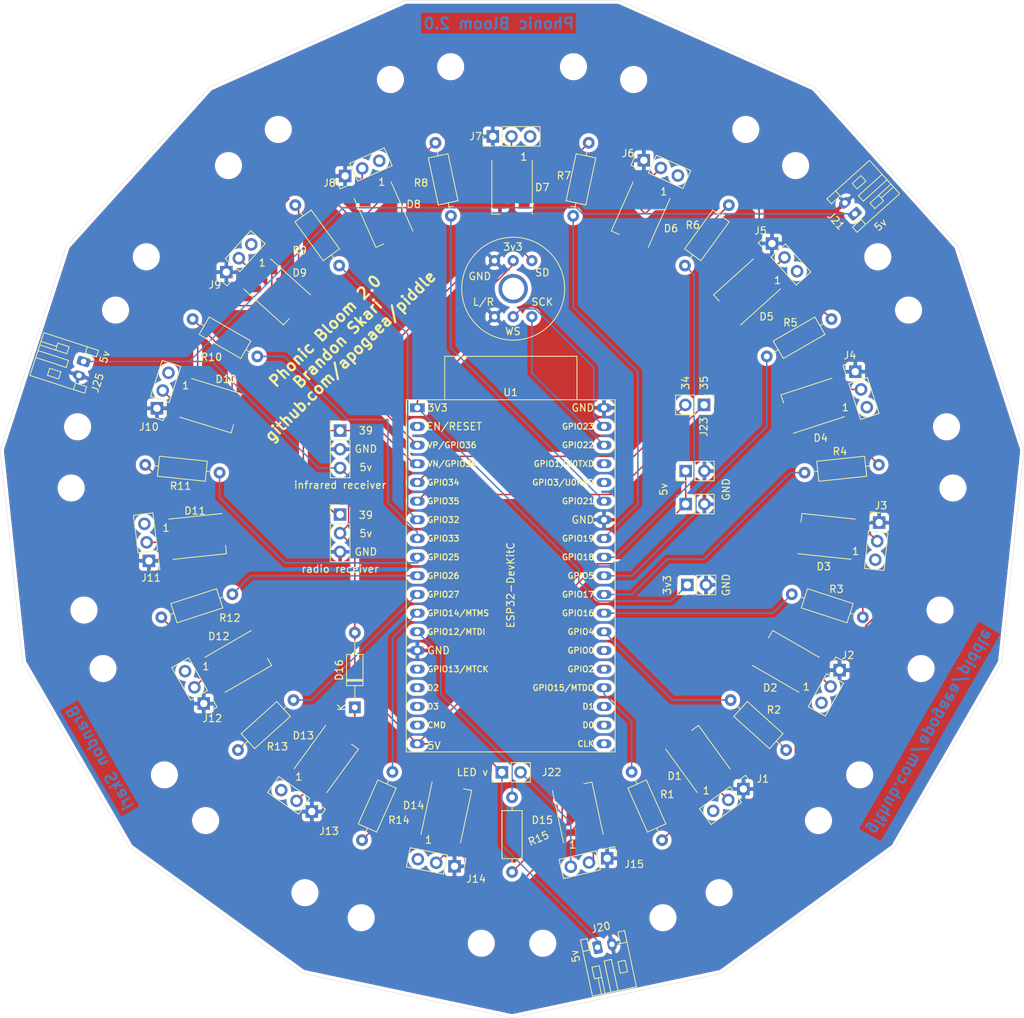
<source format=kicad_pcb>
(kicad_pcb (version 20221018) (generator pcbnew)
  (layers (0 "F.Cu" signal) (31 "B.Cu" signal) (34 "B.Paste" user) (35 "F.Paste" user) (36 "B.SilkS" user "B.Silkscreen") (37 "F.SilkS" user "F.Silkscreen") (38 "B.Mask" user) (39 "F.Mask" user) (44 "Edge.Cuts" user))
  (net 0 "")
  (net 1 "GND")
  (net 3 "/GPIO36")
  (net 4 "/GPIO39")
  (net 5 "/GPIO34")
  (net 6 "/GPIO35")
  (net 7 "/GPIO25")
  (net 8 "/GPIO26")
  (net 9 "/GPIO27")
  (net 10 "/GPIO14")
  (net 11 "/GPIO12")
  (net 12 "+5V")
  (net 13 "/GPIO13")
  (net 20 "/GPIO15")
  (net 21 "/GPIO2")
  (net 23 "/GPIO4")
  (net 24 "/GPIO5")
  (net 25 "/GPIO18")
  (net 26 "/GPIO19")
  (net 27 "/GPIO21")
  (net 30 "/GPIO22")
  (net 31 "/GPIO23")
  (net 32 "/GPIO16")
  (net 33 "/GPIO17")
  (net 34 "+3.3V")
  (net 35 "Net-(D1-DOUT)")
  (net 37 "/GPIO32")
  (net 38 "Net-(D3-DOUT)")
  (net 39 "/GPIO33")
  (net 40 "Net-(D5-DOUT)")
  (net 41 "Net-(D7-DOUT)")
  (net 42 "Net-(D9-DOUT)")
  (net 43 "/4.3V")
  (net 44 "Net-(D11-DOUT)")
  (net 45 "Net-(D13-DOUT)")
  (net 46 "Net-(D15-DOUT)")
  (net 56 "Net-(D12-DOUT)")
  (net 57 "Net-(D12-DIN)")
  (net 58 "Net-(D1-DIN)")
  (net 59 "Net-(D3-DIN)")
  (net 60 "Net-(D5-DIN)")
  (net 61 "Net-(D7-DIN)")
  (net 62 "Net-(D9-DIN)")
  (net 63 "Net-(D11-DIN)")
  (net 64 "Net-(D13-DIN)")
  (net 65 "Net-(D15-DIN)")
  (net 66 "Net-(D14-DOUT)")
  (net 67 "Net-(D14-DIN)")
  (net 68 "Net-(D2-DOUT)")
  (net 69 "Net-(D2-DIN)")
  (net 70 "Net-(D4-DOUT)")
  (net 71 "Net-(D4-DIN)")
  (net 72 "Net-(D6-DOUT)")
  (net 73 "Net-(D6-DIN)")
  (net 74 "Net-(D8-DOUT)")
  (net 75 "Net-(D8-DIN)")
  (net 76 "Net-(D10-DOUT)")
  (net 77 "Net-(D10-DIN)")
  (net 82 "Net-(J15-Pin_3)")
  (footprint "MountingHole:MountingHole_3.2mm_M3" (layer "F.Cu") (at 120.5212 156.3816)
    (fp_text reference "REF**" hide)
    (fp_text value "MountingHole_3.2mm_M3")
  )
  (footprint "MountingHole:MountingHole_3.2mm_M3" (layer "F.Cu") (at 147.2806 136.9397)
    (fp_text reference "REF**" hide)
    (fp_text value "MountingHole_3.2mm_M3")
  )
  (footprint "MountingHole:MountingHole_3.2mm_M3" (layer "F.Cu") (at 155.631 122.4764)
    (fp_text reference "REF**" hide)
    (fp_text value "MountingHole_3.2mm_M3")
  )
  (footprint "MountingHole:MountingHole_3.2mm_M3" (layer "F.Cu") (at 159.0885 89.5811)
    (fp_text reference "REF**" hide)
    (fp_text value "MountingHole_3.2mm_M3")
  )
  (footprint "Connector_PinHeader_2.54mm:PinHeader_1x03_P2.54mm_Vertical" (layer "F.Cu") (at 51.7037 87.059 162)
    (fp_text reference "J10")
    (fp_text value "Conn_01x03_Socket")
  )
  (footprint "Resistor_THT:R_Axial_DIN0207_L6.3mm_D2.5mm_P10.16mm_Horizontal" (layer "F.Cu") (at 129.7258 126.7652 -42)
    (fp_text reference "R2")
    (fp_text value "400")
  )
  (footprint "Connector_PinHeader_2.54mm:PinHeader_1x03_P2.54mm_Vertical" (layer "F.Cu") (at 144.5503 122.6995 -29)
    (fp_text reference "J2")
    (fp_text value "Conn_01x03_Socket")
  )
  (footprint "Resistor_THT:R_Axial_DIN0207_L6.3mm_D2.5mm_P10.16mm_Horizontal" (layer "F.Cu") (at 100 140 -90)
    (fp_text reference "R15")
    (fp_text value "400")
  )
  (footprint "LED_SMD:LED_WS2812B_PLCC4_5.0x5.0mm_P3.2mm" (layer "F.Cu") (at 108.9402 142.0603 102)
    (fp_text reference "D15")
    (fp_text value "WS2812B")
  )
  (footprint "MountingHole:MountingHole_3.2mm_M3" (layer "F.Cu") (at 153.9276 73.6977)
    (fp_text reference "REF**" hide)
    (fp_text value "MountingHole_3.2mm_M3")
  )
  (footprint "MountingHole:MountingHole_3.2mm_M3" (layer "F.Cu") (at 131.7952 49.1171)
    (fp_text reference "REF**" hide)
    (fp_text value "MountingHole_3.2mm_M3")
  )
  (footprint "INMP441:inmp441" (layer "F.Cu") (at 100.15328 70.786343)
    (fp_text reference "U2" hide)
    (fp_text value "INMP441")
  )
  (footprint "MountingHole:MountingHole_3.2mm_M3" (layer "F.Cu") (at 116.5382 42.3243)
    (fp_text reference "REF**" hide)
    (fp_text value "MountingHole_3.2mm_M3")
  )
  (footprint "LED_SMD:LED_WS2812B_PLCC4_5.0x5.0mm_P3.2mm" (layer "F.Cu") (at 91.0598 142.0603 78)
    (fp_text reference "D14")
    (fp_text value "WS2812B")
  )
  (footprint "MountingHole:MountingHole_3.2mm_M3" (layer "F.Cu") (at 83.4618 42.3243)
    (fp_text reference "REF**" hide)
    (fp_text value "MountingHole_3.2mm_M3")
  )
  (footprint "Connector_PinHeader_2.54mm:PinHeader_1x03_P2.54mm_Vertical" (layer "F.Cu") (at 112.941 148.2963 -77)
    (fp_text reference "J15")
    (fp_text value "Conn_01x03_Socket")
  )
  (footprint "LED_SMD:LED_WS2812B_PLCC4_5.0x5.0mm_P3.2mm" (layer "F.Cu") (at 62.7609 121.5 30)
    (fp_text reference "D12")
    (fp_text value "WS2812B")
  )
  (footprint "MountingHole:MountingHole_3.2mm_M3" (layer "F.Cu") (at 68.2048 49.1171)
    (fp_text reference "REF**" hide)
    (fp_text value "MountingHole_3.2mm_M3")
  )
  (footprint "LED_SMD:LED_WS2812B_PLCC4_5.0x5.0mm_P3.2mm" (layer "F.Cu") (at 57.2356 104.4947 6)
    (fp_text reference "D11")
    (fp_text value "WS2812B")
  )
  (footprint "Connector_PinHeader_2.54mm:PinHeader_1x03_P2.54mm_Vertical" (layer "F.Cu") (at 76.61328 90.096343)
    (fp_text reference "J16" hide)
    (fp_text value "infrared receiver")
  )
  (footprint "Resistor_THT:R_Axial_DIN0207_L6.3mm_D2.5mm_P10.16mm_Horizontal" (layer "F.Cu") (at 70.2742 126.7652 -138)
    (fp_text reference "R13")
    (fp_text value "400")
  )
  (footprint "MountingHole:MountingHole_3.2mm_M3" (layer "F.Cu") (at 46.0724 73.6977)
    (fp_text reference "REF**" hide)
    (fp_text value "MountingHole_3.2mm_M3")
  )
  (footprint "Connector_PinHeader_2.54mm:PinHeader_1x02_P2.54mm_Vertical" (layer "F.Cu") (at 123.61328 100.096343 90)
    (fp_text reference "J19" hide)
    (fp_text value "5v" hide)
  )
  (footprint "MountingHole:MountingHole_3.2mm_M3" (layer "F.Cu") (at 40.9115 89.5811)
    (fp_text reference "REF**" hide)
    (fp_text value "MountingHole_3.2mm_M3")
  )
  (footprint "Connector_PinHeader_2.54mm:PinHeader_1x03_P2.54mm_Vertical" (layer "F.Cu") (at 131.466 138.8573 -54)
    (fp_text reference "J1")
    (fp_text value "Conn_01x03_Socket")
  )
  (footprint "MountingHole:MountingHole_3.2mm_M3" (layer "F.Cu") (at 44.369 122.4764)
    (fp_text reference "REF**" hide)
    (fp_text value "MountingHole_3.2mm_M3")
  )
  (footprint "Resistor_THT:R_Axial_DIN0207_L6.3mm_D2.5mm_P10.16mm_Horizontal" (layer "F.Cu") (at 76.4886 67.6393 126)
    (fp_text reference "R9")
    (fp_text value "400")
  )
  (footprint "Connector_PinHeader_2.54mm:PinHeader_1x02_P2.54mm_Vertical" (layer "F.Cu") (at 98.61328 136.596343 90)
    (fp_text reference "J22")
    (fp_text value "5V in jumper from LED strip")
  )
  (footprint "MountingHole:MountingHole_3.2mm_M3" (layer "F.Cu") (at 52.7194 136.9397)
    (fp_text reference "REF**" hide)
    (fp_text value "MountingHole_3.2mm_M3")
  )
  (footprint "LED_SMD:LED_WS2812B_PLCC4_5.0x5.0mm_P3.2mm" (layer "F.Cu") (at 137.2391 121.5 150)
    (fp_text reference "D2")
    (fp_text value "WS2812B")
  )
  (footprint "MountingHole:MountingHole_3.2mm_M3" (layer "F.Cu") (at 79.4788 156.3816)
    (fp_text reference "REF**" hide)
    (fp_text value "MountingHole_3.2mm_M3")
  )
  (footprint "Connector_PinHeader_2.54mm:PinHeader_1x03_P2.54mm_Vertical" (layer "F.Cu") (at 76.61328 101.516343)
    (fp_text reference "J24" hide)
    (fp_text value "radio receiver")
  )
  (footprint "MountingHole:MountingHole_3.2mm_M3" (layer "F.Cu") (at 95.8146 159.8538)
    (fp_text reference "REF**" hide)
    (fp_text value "MountingHole_3.2mm_M3")
  )
  (footprint "LED_SMD:LED_WS2812B_PLCC4_5.0x5.0mm_P3.2mm" (layer "F.Cu") (at 117.4897 60.7175 -114)
    (fp_text reference "D6")
    (fp_text value "WS2812B")
  )
  (footprint "MountingHole:MountingHole_3.2mm_M3" (layer "F.Cu") (at 128.1683 152.9769)
    (fp_text reference "REF**" hide)
    (fp_text value "MountingHole_3.2mm_M3")
  )
  (footprint "LED_SMD:LED_WS2812B_PLCC4_5.0x5.0mm_P3.2mm" (layer "F.Cu") (at 74.7252 134.7877 54)
    (fp_text reference "D13")
    (fp_text value "WS2812B")
  )
  (footprint "MountingHole:MountingHole_3.2mm_M3" (layer "F.Cu") (at 141.6795 143.1604)
    (fp_text reference "REF**" hide)
    (fp_text value "MountingHole_3.2mm_M3")
  )
  (footprint "Resistor_THT:R_Axial_DIN0207_L6.3mm_D2.5mm_P10.16mm_Horizontal" (layer "F.Cu") (at 61.9577 112.3607 -162)
    (fp_text reference "R12")
    (fp_text value "400")
  )
  (footprint "MountingHole:MountingHole_3.2mm_M3" (layer "F.Cu") (at 158.2177 114.5153)
    (fp_text reference "REF**" hide)
    (fp_text value "MountingHole_3.2mm_M3")
  )
  (footprint "Connector_PinHeader_2.54mm:PinHeader_1x02_P2.54mm_Vertical" (layer "F.Cu") (at 123.61328 95.596343 90)
    (fp_text reference "J17" hide)
    (fp_text value "5v")
  )
  (footprint "Resistor_THT:R_Axial_DIN0207_L6.3mm_D2.5mm_P10.16mm_Horizontal" (layer "F.Cu") (at 91.6835 60.8741 102)
    (fp_text reference "R8")
    (fp_text value "400")
  )
  (footprint "Connector_PinHeader_2.54mm:PinHeader_1x02_P2.54mm_Vertical" (layer "F.Cu") (at 123.83828 111.096343 90)
    (fp_text reference "J18" hide)
    (fp_text value "3v3")
  )
  (footprint "MountingHole:MountingHole_3.2mm_M3" (layer "F.Cu") (at 159.9634 97.906)
    (fp_text reference "REF**" hide)
    (fp_text value "MountingHole_3.2mm_M3")
  )
  (footprint "LED_SMD:LED_WS2812B_PLCC4_5.0x5.0mm_P3.2mm" (layer "F.Cu") (at 125.2748 134.7877 126)
    (fp_text reference "D1")
    (fp_text value "WS2812B")
  )
  (footprint "Resistor_THT:R_Axial_DIN0207_L6.3mm_D2.5mm_P10.16mm_Horizontal" (layer "F.Cu") (at 123.5114 67.6393 54)
    (fp_text reference "R6")
    (fp_text value "400")
  )
  (footprint "Connector_PinHeader_2.54mm:PinHeader_1x03_P2.54mm_Vertical" (layer "F.Cu") (at 97.3832 50.0685 90)
    (fp_text reference "J7")
    (fp_text value "Conn_01x03_Socket")
  )
  (footprint "LED_SMD:LED_WS2812B_PLCC4_5.0x5.0mm_P3.2mm" (layer "F.Cu") (at 142.7644 104.4947 174)
    (fp_text reference "D3")
    (fp_text value "WS2812B")
  )
  (footprint "Resistor_THT:R_Axial_DIN0207_L6.3mm_D2.5mm_P10.16mm_Horizontal" (layer "F.Cu") (at 138.0423 112.3607 -18)
    (fp_text reference "R3")
    (fp_text value "400")
  )
  (footprint "Connector_JST:JST_PH_S2B-PH-K_1x02_P2.00mm_Horizontal" (layer "F.Cu") (at 146.61328 60.596343 132)
    (fp_text reference "J21")
    (fp_text value "JST power 2")
  )
  (footprint "Resistor_THT:R_Axial_DIN0207_L6.3mm_D2.5mm_P10.16mm_Horizontal" (layer "F.Cu") (at 65.359 80 150)
    (fp_text reference "R10")
    (fp_text value "400")
  )
  (footprint "MountingHole:MountingHole_3.2mm_M3" (layer "F.Cu") (at 149.7423 66.4484)
    (fp_text reference "REF**" hide)
    (fp_text value "MountingHole_3.2mm_M3")
  )
  (footprint "LED_SMD:LED_WS2812B_PLCC4_5.0x5.0mm_P3.2mm" (layer "F.Cu") (at 131.9552 71.2274 -138)
    (fp_text reference "D5")
    (fp_text value "WS2812B")
  )
  (footprint "LED_SMD:LED_WS2812B_PLCC4_5.0x5.0mm_P3.2mm" (layer "F.Cu") (at 68.0448 71.2274 -42)
    (fp_text reference "D9")
    (fp_text value "WS2812B")
  )
  (footprint "MountingHole:MountingHole_3.2mm_M3" (layer "F.Cu") (at 138.5673 54.0373)
    (fp_text reference "REF**" hide)
    (fp_text value "MountingHole_3.2mm_M3")
  )
  (footprint "Connector_PinHeader_2.54mm:PinHeader_1x03_P2.54mm_Vertical" (layer "F.Cu") (at 117.9184 53.321 66)
    (fp_text reference "J6")
    (fp_text value "Conn_01x03_Socket")
  )
  (footprint "Connector_PinHeader_2.54mm:PinHeader_1x03_P2.54mm_Vertical" (layer "F.Cu") (at 58.0665 127.232 -150)
    (fp_text reference "J12")
    (fp_text value "Conn_01x03_Socket")
  )
  (footprint "MountingHole:MountingHole_3.2mm_M3" (layer "F.Cu") (at 108.3504 40.5839)
    (fp_text reference "REF**" hide)
    (fp_text value "MountingHole_3.2mm_M3")
  )
  (footprint "Resistor_THT:R_Axial_DIN0207_L6.3mm_D2.5mm_P10.16mm_Horizontal" (layer "F.Cu") (at 108.3165 60.8741 78)
    (fp_text reference "R7")
    (fp_text value "400")
  )
  (footprint "MountingHole:MountingHole_3.2mm_M3" (layer "F.Cu") (at 91.6496 40.5839)
    (fp_text reference "REF**" hide)
    (fp_text value "MountingHole_3.2mm_M3")
  )
  (footprint "Connector_PinHeader_2.54mm:PinHeader_1x03_P2.54mm_Vertical" (layer "F.Cu") (at 61.1427 68.534 138)
    (fp_text reference "J9")
    (fp_text value "Conn_01x03_Socket")
  )
  (footprint "Connector_PinHeader_2.54mm:PinHeader_1x03_P2.54mm_Vertical" (layer "F.Cu") (at 50.6156 107.8217 -173)
    (fp_text reference "J11")
    (fp_text value "Conn_01x03_Socket")
  )
  (footprint "LED_SMD:LED_WS2812B_PLCC4_5.0x5.0mm_P3.2mm" (layer "F.Cu") (at 100 57 -90)
    (fp_text reference "D7")
    (fp_text value "WS2812B")
  )
  (footprint "MountingHole:MountingHole_3.2mm_M3" (layer "F.Cu") (at 61.4327 54.0373)
    (fp_text reference "REF**" hide)
    (fp_text value "MountingHole_3.2mm_M3")
  )
  (footprint "MountingHole:MountingHole_3.2mm_M3" (layer "F.Cu") (at 50.2577 66.4484)
    (fp_text reference "REF**" hide)
    (fp_text value "MountingHole_3.2mm_M3")
  )
  (footprint "Resistor_THT:R_Axial_DIN0207_L6.3mm_D2.5mm_P10.16mm_Horizontal" (layer "F.Cu") (at 83.7305 136.5418 -114)
    (fp_text reference "R14")
    (fp_text value "400")
  )
  (footprint "PCM_Espressif:ESP32-DevKitC" (layer "F.Cu") (at 87.11328 86.996343)
    (fp_text reference "U1")
    (fp_text value "ESP32-DevKitC")
  )
  (footprint "Resistor_THT:R_Axial_DIN0207_L6.3mm_D2.5mm_P10.16mm_Horizontal" (layer "F.Cu") (at 134.641 80 30)
    (fp_text reference "R5")
    (fp_text value "400")
  )
  (footprint "LED_SMD:LED_WS2812B_PLCC4_5.0x5.0mm_P3.2mm" (layer "F.Cu") (at 59.1046 86.7123 -17)
    (fp_text reference "D10")
    (fp_text value "WS2812B")
  )
  (footprint "Connector_JST:JST_PH_S2B-PH-K_1x02_P2.00mm_Horizontal" (layer "F.Cu") (at 41.731314 80.69423 -108)
    (fp_text reference "J25")
    (fp_text value "JST power 3")
  )
  (footprint "MountingHole:MountingHole_3.2mm_M3" (layer "F.Cu") (at 40.0366 97.906)
    (fp_text reference "REF**" hide)
    (fp_text value "MountingHole_3.2mm_M3")
  )
  (footprint "LED_SMD:LED_WS2812B_PLCC4_5.0x5.0mm_P3.2mm" (layer "F.Cu") (at 82.5103 60.7175 -66)
    (fp_text reference "D8")
    (fp_text value "WS2812B")
  )
  (footprint "Connector_PinHeader_2.54mm:PinHeader_1x03_P2.54mm_Vertical" (layer "F.Cu") (at 92.1783 149.3844 -101)
    (fp_text reference "J14")
    (fp_text value "Conn_01x03_Socket")
  )
  (footprint "Diode_THT:D_DO-35_SOD27_P10.16mm_Horizontal" (layer "F.Cu") (at 78.61328 127.756343 90)
    (fp_text reference "D16")
    (fp_text value "1N4148")
  )
  (footprint "Connector_JST:JST_PH_S2B-PH-K_1x02_P2.00mm_Horizontal" (layer "F.Cu") (at 111.625749 160.407793 12)
    (fp_text reference "J20")
    (fp_text value "JST power 1")
  )
  (footprint "Resistor_THT:R_Axial_DIN0207_L6.3mm_D2.5mm_P10.16mm_Horizontal" (layer "F.Cu") (at 116.2695 136.5418 -66)
    (fp_text reference "R1")
    (fp_text value "400")
  )
  (footprint "Resistor_THT:R_Axial_DIN0207_L6.3mm_D2.5mm_P10.16mm_Horizontal" (layer "F.Cu") (at 139.7809 95.8189 6)
    (fp_text reference "R4")
    (fp_text value "400")
  )
  (footprint "MountingHole:MountingHole_3.2mm_M3" (layer "F.Cu") (at 41.7823 114.5153)
    (fp_text reference "REF**" hide)
    (fp_text value "MountingHole_3.2mm_M3")
  )
  (footprint "Connector_PinHeader_2.54mm:PinHeader_1x02_P2.54mm_Vertical" (layer "F.Cu") (at 126.11328 86.596343 -90)
    (fp_text reference "J23")
    (fp_text value "GPIOs")
  )
  (footprint "MountingHole:MountingHole_3.2mm_M3" (layer "F.Cu") (at 58.3205 143.1604)
    (fp_text reference "REF**" hide)
    (fp_text value "MountingHole_3.2mm_M3")
  )
  (footprint "Connector_PinHeader_2.54mm:PinHeader_1x03_P2.54mm_Vertical" (layer "F.Cu") (at 135.3553 64.6447 42)
    (fp_text reference "J5")
    (fp_text value "Conn_01x03_Socket")
  )
  (footprint "MountingHole:MountingHole_3.2mm_M3" (layer "F.Cu") (at 71.8317 152.9769)
    (fp_text reference "REF**" hide)
    (fp_text value "MountingHole_3.2mm_M3")
  )
  (footprint "Connector_PinHeader_2.54mm:PinHeader_1x03_P2.54mm_Vertical" (layer "F.Cu") (at 146.679 82.0816 18)
    (fp_text reference "J4")
    (fp_text value "Conn_01x03_Socket")
  )
  (footprint "Connector_PinHeader_2.54mm:PinHeader_1x03_P2.54mm_Vertical" (layer "F.Cu") (at 72.768 141.9335 -125)
    (fp_text reference "J13")
    (fp_text value "Conn_01x03_Socket")
  )
  (footprint "LED_SMD:LED_WS2812B_PLCC4_5.0x5.0mm_P3.2mm" (layer "F.Cu") (at 140.8954 86.7123 -162)
    (fp_text reference "D4")
    (fp_text value "WS2812B")
  )
  (footprint "Connector_PinHeader_2.54mm:PinHeader_1x03_P2.54mm_Vertical" (layer "F.Cu") (at 77.3005 55.4497 114)
    (fp_text reference "J8")
    (fp_text value "Conn_01x03_Socket")
  )
  (footprint "Connector_PinHeader_2.54mm:PinHeader_1x03_P2.54mm_Vertical" (layer "F.Cu") (at 149.9315 102.6168 -6)
    (fp_text reference "J3")
    (fp_text value "Conn_01x03_Socket")
  )
  (footprint "Resistor_THT:R_Axial_DIN0207_L6.3mm_D2.5mm_P10.16mm_Horizontal" (layer "F.Cu") (at 60.2191 95.8189 174)
    (fp_text reference "R11")
    (fp_text value "400")
  )
  (footprint "MountingHole:MountingHole_3.2mm_M3" (layer "F.Cu") (at 104.1854 159.8538)
    (fp_text reference "REF**" hide)
    (fp_text value "MountingHole_3.2mm_M3")
  )
  (gr_poly (pts (xy 100 170) (xy 128.4716 163.9482) (xy 152.0201 146.8391) (xy 166.574 121.6312) (xy 169.6165 92.683) (xy 160.6218 65) (xy 141.145 43.3688) (xy 114.5538 31.5297) (xy 85.4462 31.5297) (xy 58.855 43.3688) (xy 39.3782 65) (xy 30.3835 92.683) (xy 33.426 121.6312) (xy 47.9799 146.8391) (xy 71.5284 163.9482)) (stroke (width 0.05)) (fill none) (layer "Edge.Cuts"))
  (gr_text "github.com/apogaea/piddle" (at 148.11328 144.596343 240) (layer "B.Cu") (effects (font (size 1.5 1.5) (thickness 0.3) bold) (justify left bottom mirror)))
  (gr_text "Phonic Bloom 2.0" (at 108.61328 35.596343) (layer "B.Cu") (effects (font (size 1.5 1.5) (thickness 0.3) bold) (justify left bottom mirror)))
  (gr_text "Brandon Skari" (at 40.61328 127.096343 120) (layer "B.Cu") (effects (font (size 1.5 1.5) (thickness 0.3) bold) (justify left bottom mirror)))
  (gr_text "LED v" (at 94.61328 136.596343) (layer "F.SilkS") (effects (font (size 1 1))))
  (gr_text "L/R" (at 96.11328 72.596343) (layer "F.SilkS") (effects (font (size 1 1))))
  (gr_text "39" (at 80.11328 101.596343) (layer "F.SilkS") (effects (font (size 1 1))))
  (gr_text "5v" (at 80.11328 95.096343) (layer "F.SilkS") (effects (font (size 1 1))))
  (gr_text "Phonic Bloom 2.0\nBrandon Skari\ngithub.com/apogaea/piddle" (at 78.61328 80.596343 45) (layer "F.SilkS") (effects (font (size 1.5 1.5) (thickness 0.3) bold) (justify bottom)))
  (gr_text "5v" (at 80.11328 104.096343) (layer "F.SilkS") (effects (font (size 1 1))))
  (gr_text "39" (at 80.11328 90.096343) (layer "F.SilkS") (effects (font (size 1 1))))
  (gr_text "GND" (at 95.61328 69.096343) (layer "F.SilkS") (effects (font (size 1 1))))
  (gr_text "GND" (at 80.11328 92.596343) (layer "F.SilkS") (effects (font (size 1 1))))
  (gr_text "WS" (at 100.11328 76.596343) (layer "F.SilkS") (effects (font (size 1 1))))
  (gr_text "34" (at 123.61328 83.596343 90) (layer "F.SilkS") (effects (font (size 1 1))))
  (gr_text "GND\n" (at 129.11328 111.096343 90) (layer "F.SilkS") (effects (font (size 1 1))))
  (gr_text "SD" (at 104.11328 68.596343) (layer "F.SilkS") (effects (font (size 1 1))))
  (gr_text "5v" (at 108.61328 161.596343 102) (layer "F.SilkS") (effects (font (size 1 1))))
  (gr_text "GND\n" (at 129.11328 98.096343 90) (layer "F.SilkS") (effects (font (size 1 1))))
  (gr_text "SCK" (at 104.11328 72.596343) (layer "F.SilkS") (effects (font (size 1 1))))
  (gr_text "GND" (at 80.11328 106.596343) (layer "F.SilkS") (effects (font (size 1 1))))
  (gr_text "35" (at 126.11328 83.596343 90) (layer "F.SilkS") (effects (font (size 1 1))))
  (gr_text "3v3" (at 100.11328 65.096343) (layer "F.SilkS") (effects (font (size 1 1))))
  (gr_text "5v" (at 150.11328 62.096343 42) (layer "F.SilkS") (effects (font (size 1 1))))
  (gr_text "5v" (at 44.61328 80.096343 72) (layer "F.SilkS") (effects (font (size 1 1))))
  (segment (start 82.61328 79.596343) (end 98.11328 64.096343) (width 0.2) (layer "F.Cu") (net 3))
  (segment (start 99.81328 64.096343) (end 102.69328 66.976343) (width 0.2) (layer "F.Cu") (net 3))
  (segment (start 87.11328 92.076343) (end 82.61328 87.576343) (width 0.2) (layer "F.Cu") (net 3))
  (segment (start 82.61328 87.576343) (end 82.61328 79.596343) (width 0.2) (layer "F.Cu") (net 3))
  (segment (start 98.11328 64.096343) (end 99.81328 64.096343) (width 0.2) (layer "F.Cu") (net 3))
  (segment (start 86.63328 94.616343) (end 82.11328 90.096343) (width 0.2) (layer "F.Cu") (net 4))
  (segment (start 76.03328 101.516343) (end 76.61328 101.516343) (width 0.2) (layer "F.Cu") (net 4))
  (segment (start 76.61328 90.096343) (end 73.11328 90.096343) (width 0.2) (layer "F.Cu") (net 4))
  (segment (start 82.11328 90.096343) (end 76.61328 90.096343) (width 0.2) (layer "F.Cu") (net 4))
  (segment (start 73.11328 90.096343) (end 71.61328 91.596343) (width 0.2) (layer "F.Cu") (net 4))
  (segment (start 87.11328 94.616343) (end 86.63328 94.616343) (width 0.2) (layer "F.Cu") (net 4))
  (segment (start 71.61328 91.596343) (end 71.61328 97.096343) (width 0.2) (layer "F.Cu") (net 4))
  (segment (start 71.61328 97.096343) (end 76.03328 101.516343) (width 0.2) (layer "F.Cu") (net 4))
  (segment (start 123.57328 86.596343) (end 116.57328 93.596343) (width 0.2) (layer "F.Cu") (net 5))
  (segment (start 90.67328 93.596343) (end 87.11328 97.156343) (width 0.2) (layer "F.Cu") (net 5))
  (segment (start 116.57328 93.596343) (end 90.67328 93.596343) (width 0.2) (layer "F.Cu") (net 5))
  (segment (start 113.91328 98.796343) (end 88.01328 98.796343) (width 0.2) (layer "F.Cu") (net 6))
  (segment (start 88.01328 98.796343) (end 87.11328 99.696343) (width 0.2) (layer "F.Cu") (net 6))
  (segment (start 126.11328 86.596343) (end 113.91328 98.796343) (width 0.2) (layer "F.Cu") (net 6))
  (segment (start 60.2191 99.202163) (end 60.2191 95.8189) (width 0.2) (layer "B.Cu") (net 7))
  (segment (start 87.33328 107.316343) (end 87.61328 107.596343) (width 0.2) (layer "B.Cu") (net 7))
  (segment (start 87.11328 107.316343) (end 87.33328 107.316343) (width 0.2) (layer "B.Cu") (net 7))
  (segment (start 87.61328 107.596343) (end 87.11328 108.096343) (width 0.2) (layer "B.Cu") (net 7))
  (segment (start 69.11328 108.096343) (end 60.2191 99.202163) (width 0.2) (layer "B.Cu") (net 7))
  (segment (start 87.11328 108.096343) (end 69.11328 108.096343) (width 0.2) (layer "B.Cu") (net 7))
  (segment (start 87.11328 109.856343) (end 64.462057 109.856343) (width 0.2) (layer "B.Cu") (net 8))
  (segment (start 64.462057 109.856343) (end 61.9577 112.3607) (width 0.2) (layer "B.Cu") (net 8))
  (segment (start 87.11328 112.396343) (end 72.744423 126.7652) (width 0.2) (layer "B.Cu") (net 9))
  (segment (start 72.744423 126.7652) (end 70.2742 126.7652) (width 0.2) (layer "B.Cu") (net 9))
  (segment (start 83.7305 136.5418) (end 83.7305 118.319123) (width 0.2) (layer "B.Cu") (net 10))
  (segment (start 83.7305 118.319123) (end 87.11328 114.936343) (width 0.2) (layer "B.Cu") (net 10))
  (segment (start 90.31328 125.996343) (end 100 135.683063) (width 0.2) (layer "B.Cu") (net 11))
  (segment (start 90.31328 120.676343) (end 90.31328 125.996343) (width 0.2) (layer "B.Cu") (net 11))
  (segment (start 100 135.683063) (end 100 140) (width 0.2) (layer "B.Cu") (net 11))
  (segment (start 87.11328 117.476343) (end 90.31328 120.676343) (width 0.2) (layer "B.Cu") (net 11))
  (segment (start 77.76328 96.326343) (end 76.61328 95.176343) (width 0.2) (layer "F.Cu") (net 12))
  (segment (start 76.61328 104.056343) (end 77.76328 102.906343) (width 0.2) (layer "F.Cu") (net 12))
  (segment (start 78.61328 124.216343) (end 78.61328 117.596343) (width 0.2) (layer "F.Cu") (net 12))
  (segment (start 123.61328 95.596343) (end 123.61328 100.096343) (width 0.2) (layer "F.Cu") (net 12))
  (segment (start 87.11328 132.716343) (end 78.61328 124.216343) (width 0.2) (layer "F.Cu") (net 12))
  (segment (start 78.61328 117.596343) (end 78.61328 106.056343) (width 0.2) (layer "F.Cu") (net 12))
  (segment (start 87.11328 132.716343) (end 94.73328 132.716343) (width 0.2) (layer "F.Cu") (net 12))
  (segment (start 111.61328 108.216343) (end 87.11328 132.716343) (width 0.2) (layer "F.Cu") (net 12))
  (segment (start 78.61328 106.056343) (end 76.61328 104.056343) (width 0.2) (layer "F.Cu") (net 12))
  (segment (start 94.73328 132.716343) (end 98.61328 136.596343) (width 0.2) (layer "F.Cu") (net 12))
  (segment (start 123.61328 100.096343) (end 115.49328 108.216343) (width 0.2) (layer "F.Cu") (net 12))
  (segment (start 115.49328 108.216343) (end 111.61328 108.216343) (width 0.2) (layer "F.Cu") (net 12))
  (segment (start 77.76328 102.906343) (end 77.76328 96.326343) (width 0.2) (layer "F.Cu") (net 12))
  (segment (start 146.61328 60.596343) (end 109.594378 60.596343) (width 0.2) (layer "B.Cu") (net 12))
  (segment (start 77.03341 59.7741) (end 56.11328 80.69423) (width 0.2) (layer "B.Cu") (net 12))
  (segment (start 109.594378 60.596343) (end 108.772135 59.7741) (width 0.2) (layer "B.Cu") (net 12))
  (segment (start 111.625749 159.513245) (end 98.61328 146.500776) (width 0.2) (layer "B.Cu") (net 12))
  (segment (start 98.61328 146.500776) (end 98.61328 136.596343) (width 0.2) (layer "B.Cu") (net 12))
  (segment (start 108.772135 59.7741) (end 77.03341 59.7741) (width 0.2) (layer "B.Cu") (net 12))
  (segment (start 111.625749 160.407793) (end 111.625749 159.513245) (width 0.2) (layer "B.Cu") (net 12))
  (segment (start 73.69328 95.176343) (end 76.61328 95.176343) (width 0.2) (layer "B.Cu") (net 12))
  (segment (start 56.11328 80.69423) (end 59.211167 80.69423) (width 0.2) (layer "B.Cu") (net 12))
  (segment (start 59.211167 80.69423) (end 73.69328 95.176343) (width 0.2) (layer "B.Cu") (net 12))
  (segment (start 41.731314 80.69423) (end 56.11328 80.69423) (width 0.2) (layer "B.Cu") (net 12))
  (segment (start 116.2695 129.719771) (end 112.51328 125.963551) (width 0.2) (layer "B.Cu") (net 20))
  (segment (start 116.2695 136.5418) (end 116.2695 129.719771) (width 0.2) (layer "B.Cu") (net 20))
  (segment (start 112.51328 125.963551) (end 112.51328 125.096343) (width 0.2) (layer "B.Cu") (net 20))
  (segment (start 121.802137 126.7652) (end 112.51328 117.476343) (width 0.2) (layer "B.Cu") (net 23))
  (segment (start 129.7258 126.7652) (end 121.802137 126.7652) (width 0.2) (layer "B.Cu") (net 23))
  (segment (start 134.641 89.568623) (end 134.641 80) (width 0.2) (layer "B.Cu") (net 24))
  (segment (start 116.35328 109.856343) (end 125.00328 101.206343) (width 0.2) (layer "B.Cu") (net 24))
  (segment (start 112.51328 109.856343) (end 116.35328 109.856343) (width 0.2) (layer "B.Cu") (net 24))
  (segment (start 125.00328 99.206343) (end 134.641 89.568623) (width 0.2) (layer "B.Cu") (net 24))
  (segment (start 125.00328 101.206343) (end 125.00328 99.206343) (width 0.2) (layer "B.Cu") (net 24))
  (segment (start 123.5114 67.6393) (end 124.76328 68.89118) (width 0.2) (layer "B.Cu") (net 25))
  (segment (start 114.19328 107.316343) (end 112.51328 107.316343) (width 0.2) (layer "B.Cu") (net 25))
  (segment (start 124.76328 68.89118) (end 124.76328 96.746343) (width 0.2) (layer "B.Cu") (net 25))
  (segment (start 124.76328 96.746343) (end 114.19328 107.316343) (width 0.2) (layer "B.Cu") (net 25))
  (segment (start 108.3165 73.299563) (end 108.3165 60.8741) (width 0.2) (layer "B.Cu") (net 26))
  (segment (start 112.51328 104.776343) (end 112.51328 104.696343) (width 0.2) (layer "B.Cu") (net 26))
  (segment (start 117.11328 100.096343) (end 117.11328 82.096343) (width 0.2) (layer "B.Cu") (net 26))
  (segment (start 112.51328 104.696343) (end 117.11328 100.096343) (width 0.2) (layer "B.Cu") (net 26))
  (segment (start 117.11328 82.096343) (end 108.3165 73.299563) (width 0.2) (layer "B.Cu") (net 26))
  (segment (start 91.6835 60.8741) (end 91.6835 78.866563) (width 0.2) (layer "B.Cu") (net 27))
  (segment (start 91.6835 78.866563) (end 112.51328 99.696343) (width 0.2) (layer "B.Cu") (net 27))
  (segment (start 102.69328 74.596343) (end 102.69328 82.256343) (width 0.2) (layer "B.Cu") (net 30))
  (segment (start 102.69328 82.256343) (end 112.51328 92.076343) (width 0.2) (layer "B.Cu") (net 30))
  (segment (start 100.15328 74.596343) (end 101.21528 73.534343) (width 0.2) (layer "B.Cu") (net 31))
  (segment (start 103.133175 73.534343) (end 111.11328 81.514448) (width 0.2) (layer "B.Cu") (net 31))
  (segment (start 111.11328 81.514448) (end 111.11328 88.136343) (width 0.2) (layer "B.Cu") (net 31))
  (segment (start 111.11328 88.136343) (end 112.51328 89.536343) (width 0.2) (layer "B.Cu") (net 31))
  (segment (start 101.21528 73.534343) (end 103.133175 73.534343) (width 0.2) (layer "B.Cu") (net 31))
  (segment (start 138.0423 112.3607) (end 135.466657 114.936343) (width 0.2) (layer "B.Cu") (net 32))
  (segment (start 135.466657 114.936343) (end 112.51328 114.936343) (width 0.2) (layer "B.Cu") (net 32))
  (segment (start 116.31328 112.396343) (end 112.51328 112.396343) (width 0.2) (layer "B.Cu") (net 33))
  (segment (start 126.11328 107.596343) (end 121.11328 107.596343) (width 0.2) (layer "B.Cu") (net 33))
  (segment (start 121.11328 107.596343) (end 116.31328 112.396343) (width 0.2) (layer "B.Cu") (net 33))
  (segment (start 139.7809 95.8189) (end 137.890723 95.8189) (width 0.2) (layer "B.Cu") (net 33))
  (segment (start 137.890723 95.8189) (end 126.11328 107.596343) (width 0.2) (layer "B.Cu") (net 33))
  (segment (start 95.11328 72.573651) (end 95.11328 78.096343) (width 0.2) (layer "F.Cu") (net 34))
  (segment (start 100.15328 66.976343) (end 100.15328 67.533651) (width 0.2) (layer "F.Cu") (net 34))
  (segment (start 100.15328 67.533651) (end 95.11328 72.573651) (width 0.2) (layer "F.Cu") (net 34))
  (segment (start 95.11328 78.096343) (end 87.11328 86.096343) (width 0.2) (layer "F.Cu") (net 34))
  (segment (start 87.11328 86.096343) (end 87.11328 86.996343) (width 0.2) (layer "F.Cu") (net 34))
  (segment (start 111.740488 113.296343) (end 121.63828 113.296343) (width 0.2) (layer "B.Cu") (net 34))
  (segment (start 87.11328 86.996343) (end 109.07328 108.956343) (width 0.2) (layer "B.Cu") (net 34))
  (segment (start 109.07328 108.956343) (end 109.07328 110.629135) (width 0.2) (layer "B.Cu") (net 34))
  (segment (start 121.63828 113.296343) (end 123.83828 111.096343) (width 0.2) (layer "B.Cu") (net 34))
  (segment (start 109.07328 110.629135) (end 111.740488 113.296343) (width 0.2) (layer "B.Cu") (net 34))
  (segment (start 128.049752 135.799946) (end 128.049752 138.98893) (width 0.2) (layer "F.Cu") (net 35))
  (segment (start 128.049752 138.98893) (end 129.411097 140.350275) (width 0.2) (layer "F.Cu") (net 35))
  (segment (start 85.81328 100.936343) (end 85.81328 76.96398) (width 0.2) (layer "B.Cu") (net 37))
  (segment (start 87.11328 102.236343) (end 85.81328 100.936343) (width 0.2) (layer "B.Cu") (net 37))
  (segment (start 85.81328 76.96398) (end 76.4886 67.6393) (width 0.2) (layer "B.Cu") (net 37))
  (segment (start 147.632946 103.109834) (end 149.665998 105.142886) (width 0.2) (layer "F.Cu") (net 38))
  (segment (start 145.373451 103.109834) (end 147.632946 103.109834) (width 0.2) (layer "F.Cu") (net 38))
  (segment (start 87.11328 103.909135) (end 87.11328 104.776343) (width 0.2) (layer "B.Cu") (net 39))
  (segment (start 83.11328 99.909135) (end 87.11328 103.909135) (width 0.2) (layer "B.Cu") (net 39))
  (segment (start 65.359 80) (end 69.016937 80) (width 0.2) (layer "B.Cu") (net 39))
  (segment (start 77.61328 88.596343) (end 83.11328 88.596343) (width 0.2) (layer "B.Cu") (net 39))
  (segment (start 69.016937 80) (end 77.61328 88.596343) (width 0.2) (layer "B.Cu") (net 39))
  (segment (start 83.11328 88.596343) (end 83.11328 99.909135) (width 0.2) (layer "B.Cu") (net 39))
  (segment (start 135.225339 68.361841) (end 132.671839 68.361841) (width 0.2) (layer "F.Cu") (net 40))
  (segment (start 137.054892 66.532288) (end 135.225339 68.361841) (width 0.2) (layer "F.Cu") (net 40))
  (segment (start 99.9232 50.0685) (end 99.9232 52.9768) (width 0.2) (layer "F.Cu") (net 41))
  (segment (start 99.9232 52.9768) (end 98.35 54.55) (width 0.2) (layer "F.Cu") (net 41))
  (segment (start 62.842292 66.646412) (end 65.12003 68.92415) (width 0.2) (layer "F.Cu") (net 42))
  (segment (start 65.12003 68.92415) (end 65.12003 70.814219) (width 0.2) (layer "F.Cu") (net 42))
  (segment (start 63.61328 124.596343) (end 60.312995 121.296058) (width 0.2) (layer "F.Cu") (net 43))
  (segment (start 78.61328 136.096343) (end 78.61328 127.756343) (width 0.2) (layer "F.Cu") (net 43))
  (segment (start 62.316883 135.799946) (end 61.11328 134.596343) (width 0.2) (layer "F.Cu") (net 43))
  (segment (start 76.61328 147.596343) (end 76.61328 138.096343) (width 0.2) (layer "F.Cu") (net 43))
  (segment (start 53.61328 75.096343) (end 55.61328 73.096343) (width 0.2) (layer "F.Cu") (net 43))
  (segment (start 64.637906 73.096343) (end 67.328161 70.406088) (width 0.2) (layer "F.Cu") (net 43))
  (segment (start 96.61328 56.096343) (end 96.61328 56.596343) (width 0.2) (layer "F.Cu") (net 43))
  (segment (start 137.11328 136.096343) (end 135.61328 134.596343) (width 0.2) (layer "F.Cu") (net 43))
  (segment (start 109.11328 49.096343) (end 112.61328 49.096343) (width 0.2) (layer "F.Cu") (net 43))
  (segment (start 107.83564 144.873983) (end 100.11328 152.596343) (width 0.2) (layer "F.Cu") (net 43))
  (segment (start 138.535862 124.153942) (end 138.535862 134.673761) (width 0.2) (layer "F.Cu") (net 43))
  (segment (start 55.61328 73.096343) (end 64.637906 73.096343) (width 0.2) (layer "F.Cu") (net 43))
  (segment (start 88.936473 144.113707) (end 85.095916 144.113707) (width 0.2) (layer "F.Cu") (net 43))
  (segment (start 118.11328 60.596343) (end 119.559194 59.150429) (width 0.2) (layer "F.Cu") (net 43))
  (segment (start 145.028507 106.391756) (end 145.028507 109.51157) (width 0.2) (layer "F.Cu") (net 43))
  (segment (start 142.831156 70.814219) (end 145.61328 73.596343) (width 0.2) (layer "F.Cu") (net 43))
  (segment (start 142.61328 101.596343) (end 142.61328 103.976529) (width 0.2) (layer "F.Cu") (net 43))
  (segment (start 94.61328 147.096343) (end 94.61328 145.096343) (width 0.2) (layer "F.Cu") (net 43))
  (segment (start 130.61328 57.096343) (end 133.61328 60.096343) (width 0.2) (layer "F.Cu") (net 43))
  (segment (start 135.61328 134.596343) (end 125.61328 134.596343) (width 0.2) (layer "F.Cu") (net 43))
  (segment (start 57.61328 89.596343) (end 57.61328 84.787299) (width 0.2) (layer "F.Cu") (net 43))
  (segment (start 55.312995 121.296058) (end 50.11328 116.096343) (width 0.2) (layer "F.Cu") (net 43))
  (segment (start 79.11328 62.096343) (end 79.11328 61.716063) (width 0.2) (layer "F.Cu") (net 43))
  (segment (start 142.61328 103.976529) (end 145.028507 106.391756) (width 0.2) (layer "F.Cu") (net 43))
  (segment (start 107.83564 144.799816) (end 107.83564 144.873983) (width 0.2) (layer "F.Cu") (net 43))
  (segment (start 88.61328 49.096343) (end 89.61328 49.096343) (width 0.2) (layer "F.Cu") (net 43))
  (segment (start 89.61328 49.096343) (end 96.61328 56.096343) (width 0.2) (layer "F.Cu") (net 43))
  (segment (start 140.61328 83.596343) (end 140.61328 86.596343) (width 0.2) (layer "F.Cu") (net 43))
  (segment (start 67.328161 70.406088) (end 67.328161 68.361841) (width 0.2) (layer "F.Cu") (net 43))
  (segment (start 57.61328 84.787299) (end 57.244067 84.418086) (width 0.2) (layer "F.Cu") (net 43))
  (segment (start 94.61328 145.096343) (end 93.566753 144.049816) (width 0.2) (layer "F.Cu") (net 43))
  (segment (start 134.87997 70.814219) (end 142.831156 70.814219) (width 0.2) (layer "F.Cu") (net 43))
  (segment (start 85.095916 144.113707) (end 79.11328 150.096343) (width 0.2) (layer "F.Cu") (net 43))
  (segment (start 57.244067 84.418086) (end 57.244067 78.72713) (width 0.2) (layer "F.Cu") (net 43))
  (segment (start 127.61328 57.096343) (end 130.61328 57.096343) (width 0.2) (layer "F.Cu") (net 43))
  (segment (start 76.316883 135.799946) (end 71.950248 135.799946) (width 0.2) (layer "F.Cu") (net 43))
  (segment (start 132.331156 70.814219) (end 134.87997 70.814219) (width 0.2) (layer "F.Cu") (net 43))
  (segment (start 125.379996 137.739637) (end 125.379996 144.329627) (width 0.2) (layer "F.Cu") (net 43))
  (segment (start 50.11328 113.596343) (end 57.11328 106.596343) (width 0.2) (layer "F.Cu") (net 43))
  (segment (start 112.61328 55.096343) (end 118.11328 60.596343) (width 0.2) (layer "F.Cu") (net 43))
  (segment (start 79.11328 61.716063) (end 83.021145 57.808198) (width 0.2) (layer "F.Cu") (net 43))
  (segment (start 138.535862 134.673761) (end 137.11328 136.096343) (width 0.2) (layer "F.Cu") (net 43))
  (segment (start 101.65 54.55) (end 103.659623 54.55) (width 0.2) (layer "F.Cu") (net 43))
  (segment (start 133.61328 60.096343) (end 133.61328 64.096343) (width 0.2) (layer "F.Cu") (net 43))
  (segment (start 145.61328 78.596343) (end 140.61328 83.596343) (width 0.2) (layer "F.Cu") (net 43))
  (segment (start 54.626549 103.109834) (end 54.626549 102.609612) (width 0.2) (layer "F.Cu") (net 43))
  (segment (start 119.993555 59.150429) (end 125.559194 59.150429) (width 0.2) (layer "F.Cu") (net 43))
  (segment (start 93.566753 144.049816) (end 89.000364 144.049816) (width 0.2) (layer "F.Cu") (net 43))
  (segment (start 145.61328 73.596343) (end 145.61328 78.596343) (width 0.2) (layer "F.Cu") (net 43))
  (segment (start 60.312995 121.296058) (end 59.814138 121.296058) (width 0.2) (layer "F.Cu") (net 43))
  (segment (start 54.626549 104.109612) (end 54.626549 103.109834) (width 0.2) (layer "F.Cu") (net 43))
  (segment (start 76.61328 136.096343) (end 76.316883 135.799946) (width 0.2) (layer "F.Cu") (net 43))
  (segment (start 144.685367 87.524452) (end 152.61328 95.452365) (width 0.2) (layer "F.Cu") (net 43))
  (segment (start 54.626549 102.609612) (end 47.11328 95.096343) (width 0.2) (layer "F.Cu") (net 43))
  (segment (start 83.021145 57.808198) (end 83.021145 54.688478) (width 0.2) (layer "F.Cu") (net 43))
  (segment (start 96.61328 56.596343) (end 99.603657 56.596343) (width 0.2) (layer "F.Cu") (net 43))
  (segment (start 129.61328 68.096343) (end 132.331156 70.814219) (width 0.2) (layer "F.Cu") (net 43))
  (segment (start 76.61328 138.096343) (end 78.61328 136.096343) (width 0.2) (layer "F.Cu") (net 43))
  (segment (start 148.11328 116.647702) (end 148.11328 119.596343) (width 0.2) (layer "F.Cu") (net 43))
  (segment (start 69.61328 57.096343) (end 74.11328 57.096343) (width 0.2) (layer "F.Cu") (net 43))
  (segment (start 67.328161 68.361841) (end 67.328161 60.881462) (width 0.2) (layer "F.Cu") (net 43))
  (segment (start 61.11328 127.096343) (end 63.61328 124.596343) (width 0.2) (layer "F.Cu") (net 43))
  (segment (start 147.11328 101.596343) (end 142.61328 101.596343) (width 0.2) (layer "F.Cu") (net 43))
  (segment (start 71.950248 135.799946) (end 62.316883 135.799946) (width 0.2) (layer "F.Cu") (net 43))
  (segment (start 125.61328 134.596343) (end 125.379996 134.829627) (width 0.2) (layer "F.Cu") (net 43))
  (segment (start 89.000364 144.049816) (end 88.936473 144.113707) (width 0.2) (layer "F.Cu") (net 43))
  (segment (start 125.379996 144.329627) (end 121.61328 148.096343) (width 0.2) (layer "F.Cu") (net 43))
  (segment (start 149.61328 115.147702) (end 148.11328 116.647702) (width 0.2) (layer "F.Cu") (net 43))
  (segment (start 133.61328 64.096343) (end 129.61328 68.096343) (width 0.2) (layer "F.Cu") (net 43))
  (segment (start 110.039113 142.596343) (end 107.83564 144.799816) (width 0.2) (layer "F.Cu") (net 43))
  (segment (start 121.61328 148.096343) (end 118.11328 148.096343) (width 0.2) (layer "F.Cu") (net 43))
  (segment (start 67.328161 60.881462) (end 69.61328 58.596343) (width 0.2) (layer "F.Cu") (net 43))
  (segment (start 119.559194 59.150429) (end 119.993555 59.150429) (width 0.2) (layer "F.Cu") (net 43))
  (segment (start 145.028507 109.51157) (end 149.61328 114.096343) (width 0.2) (layer "F.Cu") (net 43))
  (segment (start 79.11328 150.096343) (end 76.61328 147.596343) (width 0.2) (layer "F.Cu") (net 43))
  (segment (start 57.244067 78.72713) (end 53.61328 75.096343) (width 0.2) (layer "F.Cu") (net 43))
  (segment (start 47.11328 95.096343) (end 52.61328 89.596343) (width 0.2) (layer "F.Cu") (net 43))
  (segment (start 139.11328 119.596343) (end 137.61328 121.096343) (width 0.2) (layer "F.Cu") (net 43))
  (segment (start 69.61328 58.596343) (end 69.61328 57.096343) (width 0.2) (layer "F.Cu") (net 43))
  (segment (start 61.11328 134.596343) (end 61.11328 127.096343) (width 0.2) (layer "F.Cu") (net 43))
  (segment (start 59.814138 121.296058) (end 55.312995 121.296058) (width 0.2) (layer "F.Cu") (net 43))
  (segment (start 112.61328 49.096343) (end 112.61328 55.096343) (width 0.2) (layer "F.Cu") (net 43))
  (segment (start 50.11328 116.096343) (end 50.11328 113.596343) (width 0.2) (layer "F.Cu") (net 43))
  (segment (start 137.61328 121.096343) (end 138.535862 122.018925) (width 0.2) (layer "F.Cu") (net 43))
  (segment (start 152.61328 95.452365) (end 152.61328 96.096343) (width 0.2) (layer "F.Cu") (net 43))
  (segment (start 74.11328 57.096343) (end 79.11328 62.096343) (width 0.2) (layer "F.Cu") (net 43))
  (segment (start 140.61328 86.596343) (end 141.541389 87.524452) (width 0.2) (layer "F.Cu") (net 43))
  (segment (start 83.021145 54.688478) (end 88.61328 49.096343) (width 0.2) (layer "F.Cu") (net 43))
  (segment (start 125.559194 59.150429) (end 127.61328 57.096343) (width 0.2) (layer "F.Cu") (net 43))
  (segment (start 112.61328 142.596343) (end 110.039113 142.596343) (width 0.2) (layer "F.Cu") (net 43))
  (segment (start 138.535862 122.018925) (end 138.535862 124.153942) (width 0.2) (layer "F.Cu") (net 43))
  (segment (start 76.61328 138.096343) (end 76.61328 136.096343) (width 0.2) (layer "F.Cu") (net 43))
  (segment (start 103.659623 54.55) (end 109.11328 49.096343) (width 0.2) (layer "F.Cu") (net 43))
  (segment (start 52.61328 89.596343) (end 57.61328 89.596343) (width 0.2) (layer "F.Cu") (net 43))
  (segment (start 118.11328 148.096343) (end 112.61328 142.596343) (width 0.2) (layer "F.Cu") (net 43))
  (segment (start 149.61328 114.096343) (end 149.61328 115.147702) (width 0.2) (layer "F.Cu") (net 43))
  (segment (start 152.61328 96.096343) (end 147.11328 101.596343) (width 0.2) (layer "F.Cu") (net 43))
  (segment (start 141.541389 87.524452) (end 143.735367 87.524452) (width 0.2) (layer "F.Cu") (net 43))
  (segment (start 57.11328 106.596343) (end 54.626549 104.109612) (width 0.2) (layer "F.Cu") (net 43))
  (segment (start 99.603657 56.596343) (end 101.65 54.55) (width 0.2) (layer "F.Cu") (net 43))
  (segment (start 100.11328 152.596343) (end 94.61328 147.096343) (width 0.2) (layer "F.Cu") (net 43))
  (segment (start 143.735367 87.524452) (end 144.685367 87.524452) (width 0.2) (layer "F.Cu") (net 43))
  (segment (start 125.379996 134.829627) (end 125.379996 137.739637) (width 0.2) (layer "F.Cu") (net 43))
  (segment (start 148.11328 119.596343) (end 139.11328 119.596343) (width 0.2) (layer "F.Cu") (net 43))
  (segment (start 50.306052 105.300633) (end 53.88037 105.300633) (width 0.2) (layer "F.Cu") (net 44))
  (segment (start 53.88037 105.300633) (end 54.971493 106.391756) (width 0.2) (layer "F.Cu") (net 44))
  (segment (start 74.620004 137.739637) (end 73.424333 137.739637) (width 0.2) (layer "F.Cu") (net 45))
  (segment (start 73.424333 137.739637) (end 70.687354 140.476616) (width 0.2) (layer "F.Cu") (net 45))
  (segment (start 111.063527 148.270249) (end 110.4661 148.867676) (width 0.2) (layer "F.Cu") (net 46))
  (segment (start 111.063527 144.113707) (end 111.063527 148.270249) (width 0.2) (layer "F.Cu") (net 46))
  (segment (start 61.464138 124.153942) (end 57.674853 124.153942) (width 0.2) (layer "F.Cu") (net 56))
  (segment (start 57.674853 124.153942) (end 56.7965 125.032295) (width 0.2) (layer "F.Cu") (net 56))
  (segment (start 64.057662 118.846058) (end 55.640711 118.846058) (width 0.2) (layer "F.Cu") (net 57))
  (segment (start 55.640711 118.846058) (end 52.294966 115.500313) (width 0.2) (layer "F.Cu") (net 57))
  (segment (start 122.499848 143.725518) (end 120.401944 145.823422) (width 0.2) (layer "F.Cu") (net 58))
  (segment (start 122.499848 133.775454) (end 122.499848 143.725518) (width 0.2) (layer "F.Cu") (net 58))
  (segment (start 147.705034 115.500313) (end 147.705034 113.429251) (width 0.2) (layer "F.Cu") (net 59))
  (segment (start 147.705034 113.429251) (end 140.155349 105.879566) (width 0.2) (layer "F.Cu") (net 59))
  (segment (start 142.612777 74.092959) (end 143.439818 74.92) (width 0.2) (layer "F.Cu") (net 60))
  (segment (start 131.238561 74.092959) (end 142.612777 74.092959) (width 0.2) (layer "F.Cu") (net 60))
  (segment (start 101.915003 59.45) (end 110.428883 50.93612) (width 0.2) (layer "F.Cu") (net 61))
  (segment (start 101.65 59.45) (end 101.915003 59.45) (width 0.2) (layer "F.Cu") (net 61))
  (segment (start 70.96957 71.640581) (end 70.96957 59.872555) (width 0.2) (layer "F.Cu") (net 62))
  (segment (start 70.96957 59.872555) (end 70.516702 59.419687) (width 0.2) (layer "F.Cu") (net 62))
  (segment (start 57.955511 102.597644) (end 50.114758 94.756891) (width 0.2) (layer "F.Cu") (net 63))
  (segment (start 59.499707 102.597644) (end 57.955511 102.597644) (width 0.2) (layer "F.Cu") (net 63))
  (segment (start 64.451653 131.835763) (end 62.723849 133.563567) (width 0.2) (layer "F.Cu") (net 64))
  (segment (start 74.830396 131.835763) (end 64.451653 131.835763) (width 0.2) (layer "F.Cu") (net 64))
  (segment (start 106.816873 140.006893) (end 106.816873 143.343127) (width 0.2) (layer "F.Cu") (net 65))
  (segment (start 106.816873 143.343127) (end 100 150.16) (width 0.2) (layer "F.Cu") (net 65))
  (segment (start 92.16436 146.420352) (end 89.684967 148.899745) (width 0.2) (layer "F.Cu") (net 66))
  (segment (start 92.16436 144.799816) (end 92.16436 146.420352) (width 0.2) (layer "F.Cu") (net 66))
  (segment (start 86.100694 139.320784) (end 89.95524 139.320784) (width 0.2) (layer "F.Cu") (net 67))
  (segment (start 79.598056 145.823422) (end 86.100694 139.320784) (width 0.2) (layer "F.Cu") (net 67))
  (segment (start 140.185862 121.788012) (end 143.318884 124.921034) (width 0.2) (layer "F.Cu") (net 68))
  (segment (start 140.185862 121.296058) (end 140.185862 121.788012) (width 0.2) (layer "F.Cu") (net 68))
  (segment (start 134.292338 130.579754) (end 137.276151 133.563567) (width 0.2) (layer "F.Cu") (net 69))
  (segment (start 134.292338 121.703942) (end 134.292338 130.579754) (width 0.2) (layer "F.Cu") (net 69))
  (segment (start 142.826929 84.497284) (end 142.71561 84.385965) (width 0.2) (layer "F.Cu") (net 70))
  (segment (start 147.463903 84.497284) (end 142.826929 84.497284) (width 0.2) (layer "F.Cu") (net 70))
  (segment (start 139.07519 89.038635) (end 144.166986 89.038635) (width 0.2) (layer "F.Cu") (net 71))
  (segment (start 144.166986 89.038635) (end 149.885242 94.756891) (width 0.2) (layer "F.Cu") (net 71))
  (segment (start 120.238805 54.354111) (end 116.978855 57.614061) (width 0.2) (layer "F.Cu") (net 72))
  (segment (start 116.978855 57.614061) (end 116.978855 57.808198) (width 0.2) (layer "F.Cu") (net 72))
  (segment (start 118.000545 63.626802) (end 125.276183 63.626802) (width 0.2) (layer "F.Cu") (net 73))
  (segment (start 125.276183 63.626802) (end 129.483298 59.419687) (width 0.2) (layer "F.Cu") (net 73))
  (segment (start 79.620905 58.764889) (end 80.006445 59.150429) (width 0.2) (layer "F.Cu") (net 74))
  (segment (start 79.620905 54.416589) (end 79.620905 58.764889) (width 0.2) (layer "F.Cu") (net 74))
  (segment (start 85.014155 55.493082) (end 89.571117 50.93612) (width 0.2) (layer "F.Cu") (net 75))
  (segment (start 85.014155 62.284571) (end 85.014155 55.493082) (width 0.2) (layer "F.Cu") (net 75))
  (segment (start 55.419179 87.573892) (end 56.27924 87.573892) (width 0.2) (layer "F.Cu") (net 76))
  (segment (start 52.488603 84.643316) (end 55.419179 87.573892) (width 0.2) (layer "F.Cu") (net 76))
  (segment (start 61.92996 85.850708) (end 61.92996 80.289778) (width 0.2) (layer "F.Cu") (net 77))
  (segment (start 61.92996 80.289778) (end 56.560182 74.92) (width 0.2) (layer "F.Cu") (net 77))
  (segment (start 107.9912 143.434263) (end 107.9912 149.439051) (width 0.2) (layer "B.Cu") (net 82))
  (segment (start 101.15328 136.596343) (end 107.9912 143.434263) (width 0.2) (layer "B.Cu") (net 82))
  (zone (net 1) (net_name "GND") (layers "F&B.Cu") (connect_pads (clearance 0.5)) (min_thickness 0.25) (fill yes (thermal_gap 0.5) (thermal_bridge_width 0.5))
    (polygon (pts (xy 100 170) (xy 128.4716 163.9482) (xy 152.0201 146.8391) (xy 166.574 121.6312) (xy 169.6165 92.683) (xy 160.6218 65) (xy 141.145 43.3688) (xy 114.5538 31.5297) (xy 85.4462 31.5297) (xy 58.855 43.3688) (xy 39.3782 65) (xy 30.3835 92.683) (xy 33.426 121.6312) (xy 47.9799 146.8391) (xy 71.5284 163.9482)))
  )
  (zone (net 1) (net_name "GND") (layer "B.Cu") (priority 1) (connect_pads (clearance 0.5)) (min_thickness 0.25) (fill yes (thermal_gap 0.5) (thermal_bridge_width 0.5))
    (polygon (pts (xy 141.145 43.3688) (xy 160.6218 65) (xy 169.6165 92.683) (xy 166.574 121.6312) (xy 152.0201 146.8391) (xy 128.4716 163.9482) (xy 100 170) (xy 71.5284 163.9482) (xy 47.9799 146.8391) (xy 33.426 121.6312) (xy 30.3835 92.683) (xy 39.3782 65) (xy 58.855 43.3688) (xy 85.4462 31.5297) (xy 114.5538 31.5297)))
  )
)
</source>
